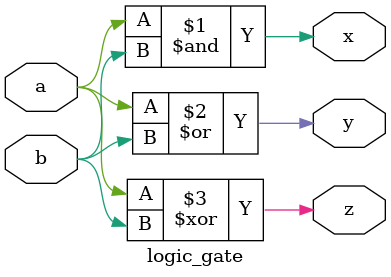
<source format=v>
module logic_gate (a, b, x, y, z);

input a, b;

output x, y, z;

wire x, y, z;

// and gate
assign x = a & b;
// or gate
assign y = a | b;
// xor gate
assign z = a ^ b;

endmodule



</source>
